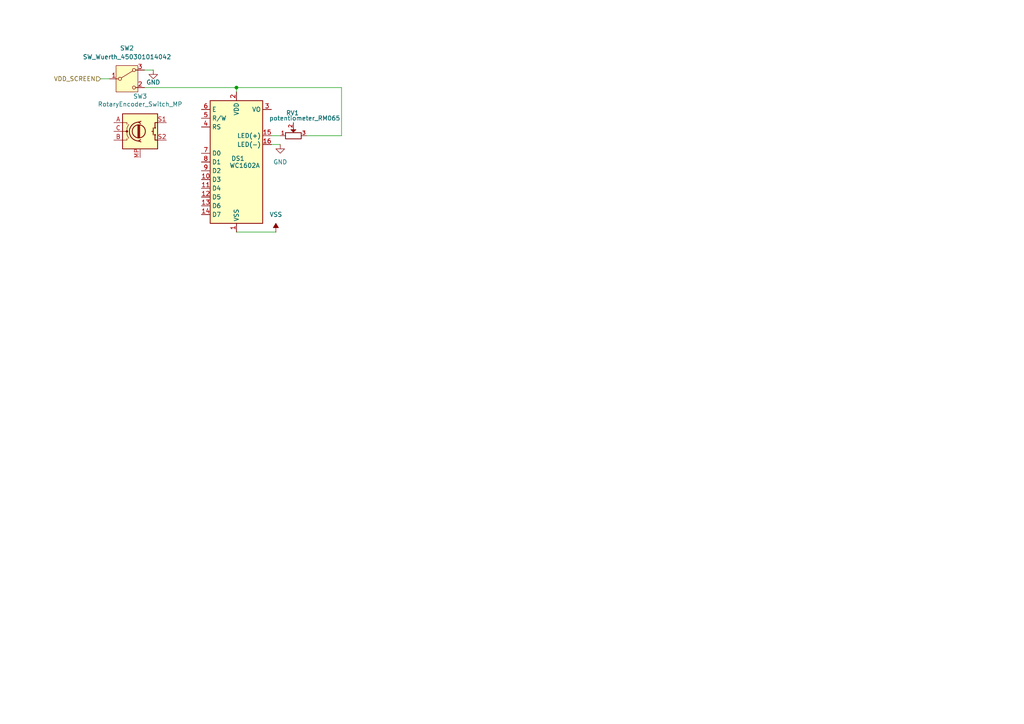
<source format=kicad_sch>
(kicad_sch (version 20250114) (generator "eeschema") (generator_version "9.0")
  (paper "A4")
  (lib_symbols
    (symbol "Device:RotaryEncoder_Switch_MP" (pin_names (offset 0.254) (hide yes))
      (property "Reference" "SW" (at 0 8.89 0))
      (property "Value" "RotaryEncoder_Switch_MP" (at 0 6.35 0))
      (symbol "RotaryEncoder_Switch_MP_0_1"
        (rectangle (start -5.08 5.08) (end 5.08 -5.08) (stroke (width 0.254)) (fill (type background)))
        (polyline (pts (xy -5.08 2.54) (xy -3.81 2.54) (xy -3.81 2.032)))
        (polyline (pts (xy -5.08 0) (xy -3.81 0) (xy -3.81 -1.016) (xy -3.302 -2.032)))
        (polyline (pts (xy -5.08 -2.54) (xy -3.81 -2.54) (xy -3.81 -2.032)))
        (polyline (pts (xy -4.318 0) (xy -3.81 0) (xy -3.81 1.016) (xy -3.302 2.032)))
        (circle (center -3.81 0) (radius 0.254) (fill (type outline)))
        (polyline (pts (xy -0.635 -1.778) (xy -0.635 1.778)) (stroke (width 0.254)))
        (circle (center -0.381 0) (radius 1.905) (stroke (width 0.254)))
        (polyline (pts (xy -0.381 -1.778) (xy -0.381 1.778)) (stroke (width 0.254)))
        (arc (start -0.381 -2.794) (mid -3.0988 -0.0635) (end -0.381 2.667) (stroke (width 0.254)))
        (polyline (pts (xy -0.127 1.778) (xy -0.127 -1.778)) (stroke (width 0.254)))
        (polyline (pts (xy 0.254 2.921) (xy -0.508 2.667) (xy 0.127 2.286)) (stroke (width 0.254)))
        (polyline (pts (xy 0.254 -3.048) (xy -0.508 -2.794) (xy 0.127 -2.413)) (stroke (width 0.254)))
        (polyline (pts (xy 3.81 1.016) (xy 3.81 -1.016)) (stroke (width 0.254)))
        (polyline (pts (xy 3.81 0) (xy 3.429 0)) (stroke (width 0.254)))
        (circle (center 4.318 1.016) (radius 0.127) (stroke (width 0.254)))
        (circle (center 4.318 -1.016) (radius 0.127) (stroke (width 0.254)))
        (polyline (pts (xy 5.08 2.54) (xy 4.318 2.54) (xy 4.318 1.016)) (stroke (width 0.254)))
        (polyline (pts (xy 5.08 -2.54) (xy 4.318 -2.54) (xy 4.318 -1.016)) (stroke (width 0.254)))
      )
      (symbol "RotaryEncoder_Switch_MP_1_1"
        (pin passive line (at -7.62 2.54 0) (length 2.54) (name "A") (number "A"))
        (pin passive line (at -7.62 0 0) (length 2.54) (name "C") (number "C"))
        (pin passive line (at -7.62 -2.54 0) (length 2.54) (name "B") (number "B"))
        (pin passive line (at 0 -7.62 90) (length 2.54) (name "MP") (number "MP"))
        (pin passive line (at 7.62 2.54 180) (length 2.54) (name "S1") (number "S1"))
        (pin passive line (at 7.62 -2.54 180) (length 2.54) (name "S2") (number "S2"))
      )
    )
    (symbol "Display_Character:WC1602A"
      (property "Reference" "DS" (at -5.842 19.05 0))
      (property "Value" "WC1602A" (at 5.334 19.05 0))
      (symbol "WC1602A_1_1"
        (rectangle (start -7.62 17.78) (end 7.62 -17.78) (stroke (width 0.254)) (fill (type background)))
        (pin input line (at -10.16 15.24 0) (length 2.54) (name "E") (number "6"))
        (pin input line (at -10.16 12.7 0) (length 2.54) (name "R/W") (number "5"))
        (pin input line (at -10.16 10.16 0) (length 2.54) (name "RS") (number "4"))
        (pin input line (at -10.16 2.54 0) (length 2.54) (name "D0") (number "7"))
        (pin input line (at -10.16 0 0) (length 2.54) (name "D1") (number "8"))
        (pin input line (at -10.16 -2.54 0) (length 2.54) (name "D2") (number "9"))
        (pin input line (at -10.16 -5.08 0) (length 2.54) (name "D3") (number "10"))
        (pin input line (at -10.16 -7.62 0) (length 2.54) (name "D4") (number "11"))
        (pin input line (at -10.16 -10.16 0) (length 2.54) (name "D5") (number "12"))
        (pin input line (at -10.16 -12.7 0) (length 2.54) (name "D6") (number "13"))
        (pin input line (at -10.16 -15.24 0) (length 2.54) (name "D7") (number "14"))
        (pin power_in line (at 0 20.32 270) (length 2.54) (name "VDD") (number "2"))
        (pin power_in line (at 0 -20.32 90) (length 2.54) (name "VSS") (number "1"))
        (pin input line (at 10.16 15.24 180) (length 2.54) (name "VO") (number "3"))
        (pin power_in line (at 10.16 7.62 180) (length 2.54) (name "LED(+)") (number "15"))
        (pin power_in line (at 10.16 5.08 180) (length 2.54) (name "LED(-)") (number "16"))
      )
    )
    (symbol "PCM_SL_Devices:potentiometer_RM065"
      (property "Reference" "RV" (at 0 -2.032 0))
      (property "Value" "potentiometer_RM065" (at 0 -3.81 0))
      (symbol "potentiometer_RM065_0_1"
        (rectangle (start -2.286 0.889) (end 2.286 -0.889) (stroke (width 0.24)))
        (polyline (pts (xy 0 1.016) (xy 0.762 1.778) (xy -0.762 1.778) (xy 0 1.016)) (fill (type outline)))
      )
      (symbol "potentiometer_RM065_1_1"
        (pin passive line (at -3.81 0 0) (length 1.5) (name "~") (number "1"))
        (pin passive line (at 0 3.81 270) (length 2) (name "~") (number "2"))
        (pin passive line (at 3.81 0 180) (length 1.5) (name "~") (number "3"))
      )
    )
    (symbol "Switch:SW_Wuerth_450301014042" (pin_names (offset 1) (hide yes))
      (property "Reference" "SW" (at 0 5.08 0))
      (property "Value" "SW_Wuerth_450301014042" (at 0 -5.08 0))
      (symbol "SW_Wuerth_450301014042_0_1"
        (circle (center -2.032 0) (radius 0.4572))
        (polyline (pts (xy -1.651 0.254) (xy 1.651 2.286)))
        (circle (center 2.032 2.54) (radius 0.4572))
        (circle (center 2.032 -2.54) (radius 0.4572))
      )
      (symbol "SW_Wuerth_450301014042_1_1"
        (rectangle (start -3.175 3.81) (end 3.175 -3.81) (fill (type background)))
        (pin passive line (at -5.08 0 0) (length 2.54) (name "B") (number "1"))
        (pin passive line (at 5.08 2.54 180) (length 2.54) (name "A") (number "3"))
        (pin passive line (at 5.08 -2.54 180) (length 2.54) (name "C") (number "2"))
      )
    )
    (symbol "power:GND" (power) (pin_numbers (hide yes)) (pin_names (offset 0) (hide yes))
      (property "Value" "GND" (at 0 -3.81 0))
      (symbol "GND_0_1"
        (polyline (pts (xy 0 0) (xy 0 -1.27) (xy 1.27 -1.27) (xy 0 -2.54) (xy -1.27 -1.27) (xy 0 -1.27)))
      )
      (symbol "GND_1_1"
        (pin power_in line (at 0 0 270) (length 0) (name "~") (number "1"))
      )
    )
    (symbol "power:VSS" (power) (pin_numbers (hide yes)) (pin_names (offset 0) (hide yes))
      (property "Value" "VSS" (at 0 3.556 0))
      (symbol "VSS_0_1"
        (polyline (pts (xy 0 0) (xy 0 2.54)))
        (polyline (pts (xy 0.762 1.27) (xy -0.762 1.27) (xy 0 2.54) (xy 0.762 1.27)) (fill (type outline)))
      )
      (symbol "VSS_1_1"
        (pin power_in line (at 0 0 90) (length 0) (name "~") (number "1"))
      )
    )
  )
  (junction (at 68.58 25.4))
  (wire (pts (xy 78.74 39.37) (xy 81.28 39.37)))
  (wire (pts (xy 99.06 25.4) (xy 99.06 39.37)))
  (wire (pts (xy 99.06 25.4) (xy 68.58 25.4)))
  (wire (pts (xy 29.21 22.86) (xy 31.75 22.86)))
  (wire (pts (xy 78.74 41.91) (xy 81.28 41.91)))
  (wire (pts (xy 68.58 25.4) (xy 68.58 26.67)))
  (wire (pts (xy 41.91 25.4) (xy 68.58 25.4)))
  (wire (pts (xy 99.06 39.37) (xy 88.9 39.37)))
  (wire (pts (xy 68.58 67.31) (xy 80.01 67.31)))
  (wire (pts (xy 41.91 20.32) (xy 44.45 20.32)))
  (hierarchical_label "VDD_SCREEN" (shape input) (at 29.21 22.86 180))
  (symbol (lib_id "Device:RotaryEncoder_Switch_MP") (at 40.64 38.1 0) (unit 1)
    (property "Reference" "SW3" (at 40.64 27.94 0))
    (property "Value" "RotaryEncoder_Switch_MP" (at 40.64 30.226 0))
    (property "Description" "Rotary encoder, dual channel, incremental quadrate outputs, with switch and MP Pin" (effects (hide yes)))
  )
  (symbol (lib_id "power:GND") (at 44.45 20.32 0) (unit 1)
    (property "Reference" "#PWR04" (effects (hide yes)))
    (property "Value" "GND" (at 44.45 23.876 0))
    (property "Description" "Power symbol creates a global label with name \"GND\" , ground" (effects (hide yes)))
  )
  (symbol (lib_id "power:GND") (at 81.28 41.91 0) (unit 1)
    (property "Reference" "#PWR02" (effects (hide yes)))
    (property "Value" "GND" (at 81.28 46.99 0))
    (property "Description" "Power symbol creates a global label with name \"GND\" , ground" (effects (hide yes)))
  )
  (symbol (lib_id "PCM_SL_Devices:potentiometer_RM065") (at 85.09 39.37 0) (unit 1)
    (property "Reference" "RV1" (at 84.836 32.766 0))
    (property "Value" "potentiometer_RM065" (at 88.392 34.29 0))
    (property "Footprint" "PCM_SL_Devices:Potentiometer_RM065" (effects (hide yes)))
    (property "Description" "potentiometer RM065" (effects (hide yes)))
  )
  (symbol (lib_id "power:VSS") (at 80.01 67.31 0) (unit 1)
    (property "Reference" "#PWR03" (effects (hide yes)))
    (property "Value" "VSS" (at 80.01 62.23 0))
    (property "Description" "Power symbol creates a global label with name \"VSS\"" (effects (hide yes)))
  )
  (symbol (lib_id "Switch:SW_Wuerth_450301014042") (at 36.83 22.86 0) (unit 1)
    (property "Reference" "SW2" (at 36.83 13.97 0))
    (property "Value" "SW_Wuerth_450301014042" (at 36.83 16.51 0))
    (property "Footprint" "Button_Switch_THT:SW_Slide-03_Wuerth-WS-SLTV_10x2.5x6.4_P2.54mm" (effects (hide yes)))
    (property "Datasheet" "https://www.we-online.com/components/products/datasheet/450301014042.pdf" (effects (hide yes)))
    (property "Description" "Switch slide, single pole double throw" (effects (hide yes)))
  )
  (symbol (lib_id "Display_Character:WC1602A") (at 68.58 46.99 0) (unit 1)
    (property "Reference" "DS1" (at 67.056 45.974 0) (effects (justify left)))
    (property "Value" "WC1602A" (at 66.548 48.006 0) (effects (justify left)))
    (property "Footprint" "Display:WC1602A" (effects (hide yes)))
    (property "Datasheet" "http://www.wincomlcd.com/pdf/WC1602A-SFYLYHTC06.pdf" (effects (hide yes)))
    (property "Description" "LCD 16x2 Alphanumeric , 8 bit parallel bus, 5V VDD" (effects (hide yes)))
  )
)
</source>
